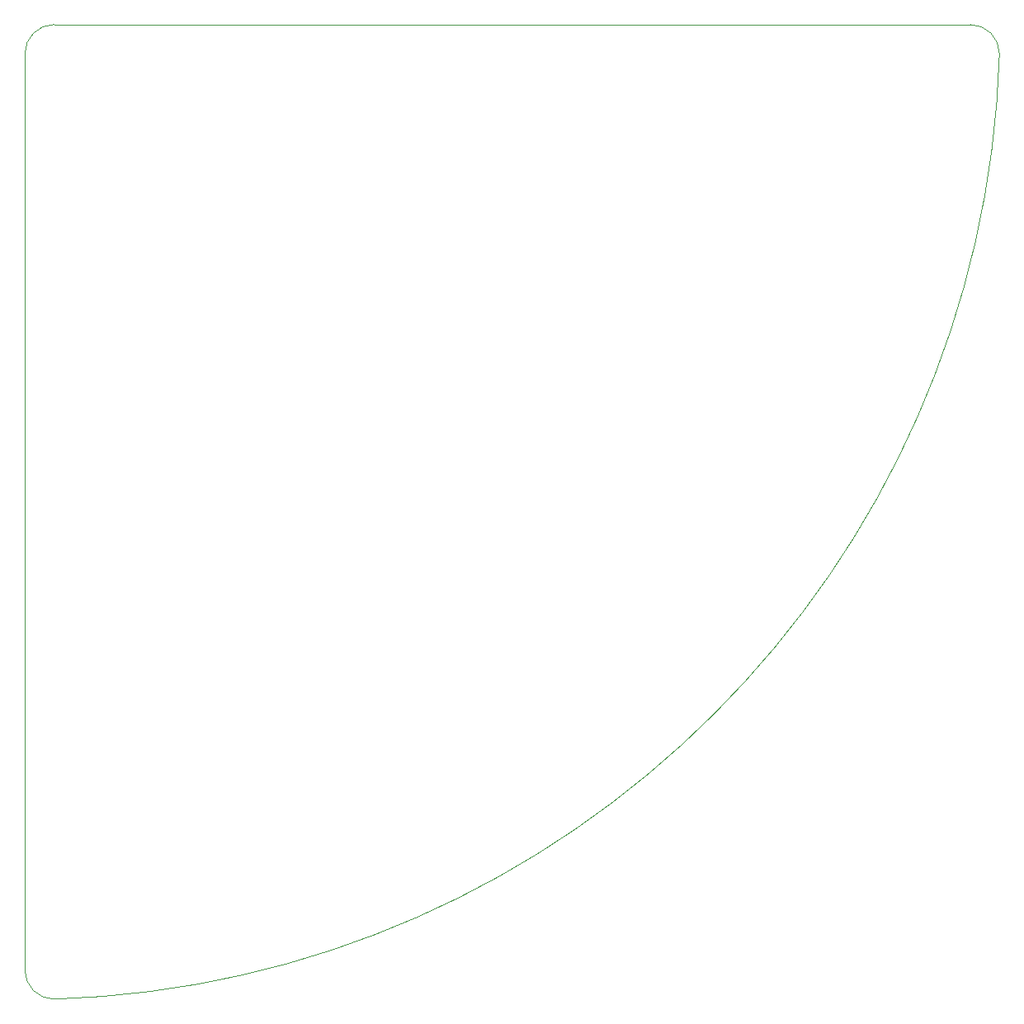
<source format=gbr>
%TF.GenerationSoftware,KiCad,Pcbnew,7.0.8*%
%TF.CreationDate,2025-01-10T21:38:43+01:00*%
%TF.ProjectId,UV_Disc_Charger,55565f44-6973-4635-9f43-686172676572,rev?*%
%TF.SameCoordinates,Original*%
%TF.FileFunction,Profile,NP*%
%FSLAX46Y46*%
G04 Gerber Fmt 4.6, Leading zero omitted, Abs format (unit mm)*
G04 Created by KiCad (PCBNEW 7.0.8) date 2025-01-10 21:38:43*
%MOMM*%
%LPD*%
G01*
G04 APERTURE LIST*
%TA.AperFunction,Profile*%
%ADD10C,0.100000*%
%TD*%
G04 APERTURE END LIST*
D10*
X110000000Y-117000000D02*
G75*
G03*
X113000000Y-120000000I3000000J0D01*
G01*
X113000000Y-20000000D02*
G75*
G03*
X110000000Y-23000000I0J-3000000D01*
G01*
X210000000Y-23000000D02*
G75*
G03*
X207000000Y-20000000I-3000000J0D01*
G01*
X110000000Y-117000000D02*
X110000000Y-23000000D01*
X113000000Y-119999999D02*
G75*
G03*
X209999999Y-23000000I-3047851J100047850D01*
G01*
X113000000Y-20000000D02*
X207000000Y-20000000D01*
M02*

</source>
